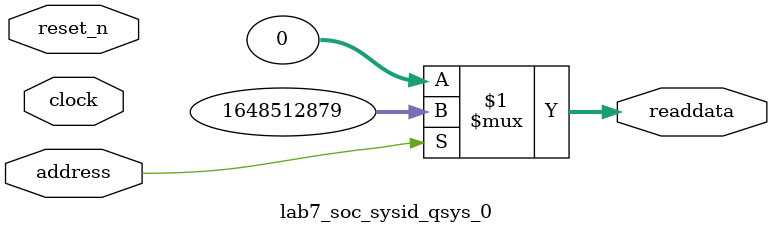
<source format=v>



// synthesis translate_off
`timescale 1ns / 1ps
// synthesis translate_on

// turn off superfluous verilog processor warnings 
// altera message_level Level1 
// altera message_off 10034 10035 10036 10037 10230 10240 10030 

module lab7_soc_sysid_qsys_0 (
               // inputs:
                address,
                clock,
                reset_n,

               // outputs:
                readdata
             )
;

  output  [ 31: 0] readdata;
  input            address;
  input            clock;
  input            reset_n;

  wire    [ 31: 0] readdata;
  //control_slave, which is an e_avalon_slave
  assign readdata = address ? 1648512879 : 0;

endmodule



</source>
